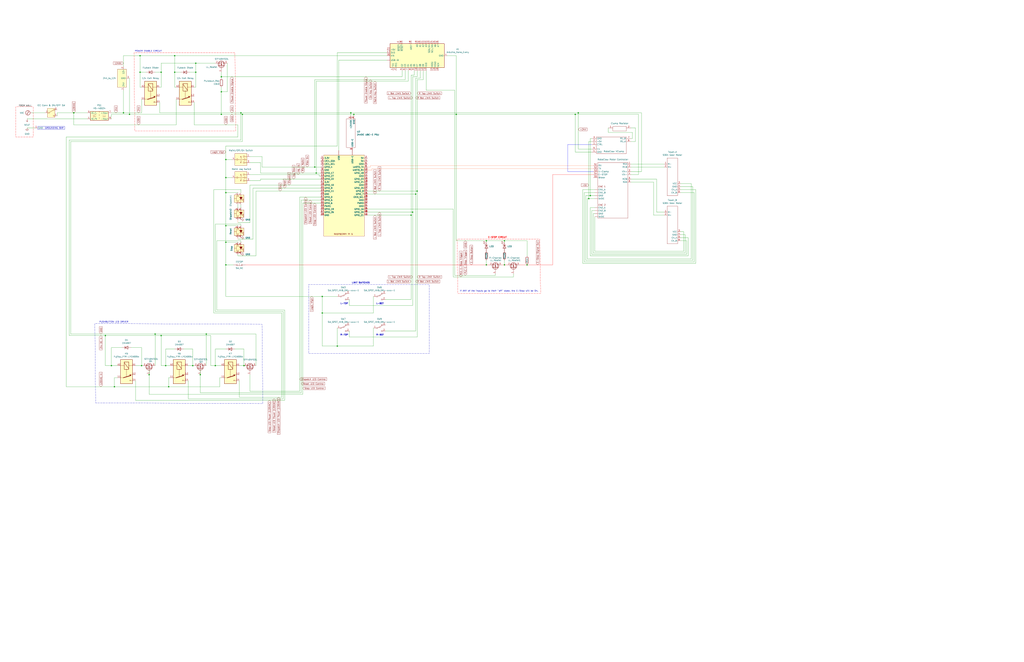
<source format=kicad_sch>
(kicad_sch (version 20250114) (generator "eeschema") (generator_version "9.0")
  (paper "D")
  (title_block (title "RIDE ENGINEERING COMPETITION 2026 ELECTRICAL SCHEMATIC") (date "2026-02-22") (rev "B - FDR") (company "TERRIER RIDE ENGINEERING CLUB") (comment 1 "CONTRIBUTER: JACK JUSTUS") (comment 2 "CONTRIBUTER: JESUS ESPINOZA"))
  (text "L-TOP" (at 290.322 256.286 0) (effects (font (size 1.27 1.27) (thickness 0.254) (bold yes))))
  (text "R-TOP" (at 290.322 282.702 0) (effects (font (size 1.27 1.27) (thickness 0.254) (bold yes))))
  (text "POWER ENABLE CIRCUIT" (at 125.222 43.18 0) (effects (font (size 1.27 1.27))))
  (text "L-BOT" (at 320.548 256.286 0) (effects (font (size 1.27 1.27) (thickness 0.254) (bold yes))))
  (text "PUSHBUTTON LED DRIVER" (at 96.012 271.78 0) (effects (font (size 1.27 1.27))))
  (text "If ANY of the inputs go to their \"off\" state, the E-Stop will be On." (at 420.878 245.618 0) (effects (font (size 1.27 1.27))))
  (text "E-STOP CIRCUIT" (at 419.608 200.406 0) (effects (font (size 1.27 1.27) (thickness 0.254) (bold yes))))
  (text "R-BOT" (at 320.548 282.702 0) (effects (font (size 1.27 1.27) (thickness 0.254) (bold yes))))
  (text "LIMIT SWITCHES" (at 304.292 238.76 0) (effects (font (size 1.27 1.27) (thickness 0.254) (bold yes))))
  (junction (at 271.78 264.16))
  (junction (at 165.1 53.34))
  (junction (at 186.69 96.52))
  (junction (at 109.22 96.52))
  (junction (at 62.23 95.25))
  (junction (at 190.5 223.52))
  (junction (at 204.47 96.52))
  (junction (at 190.5 162.56))
  (junction (at 295.91 95.25))
  (junction (at 88.9 283.21))
  (junction (at 186.69 77.47))
  (junction (at 147.32 46.99))
  (junction (at 190.5 190.5))
  (junction (at 351.79 161.29))
  (junction (at 410.21 203.2))
  (junction (at 104.14 95.25))
  (junction (at 147.32 60.96))
  (junction (at 139.7 308.61))
  (junction (at 384.81 96.52))
  (junction (at 203.2 95.25))
  (junction (at 162.56 308.61))
  (junction (at 125.73 316.23))
  (junction (at 135.89 60.96))
  (junction (at 265.43 140.97))
  (junction (at 181.61 308.61))
  (junction (at 190.5 149.86))
  (junction (at 266.7 146.05))
  (junction (at 205.74 308.61))
  (junction (at 496.57 167.64))
  (junction (at 347.98 179.07))
  (junction (at 118.11 60.96))
  (junction (at 93.98 308.61))
  (junction (at 487.68 95.25))
  (junction (at 410.21 223.52))
  (junction (at 346.71 181.61))
  (junction (at 173.99 281.94))
  (junction (at 190.5 204.47))
  (junction (at 96.52 326.39))
  (junction (at 186.69 64.77))
  (junction (at 350.52 163.83))
  (junction (at 190.5 134.62))
  (junction (at 425.45 203.2))
  (junction (at 165.1 60.96))
  (junction (at 119.38 308.61))
  (junction (at 485.14 96.52))
  (junction (at 284.48 292.1))
  (junction (at 142.24 326.39))
  (junction (at 425.45 223.52))
  (junction (at 444.5 223.52))
  (junction (at 118.11 46.99))
  (junction (at 130.81 281.94))
  (junction (at 298.45 96.52))
  (junction (at 271.78 250.19))
  (junction (at 135.89 283.21))
  (junction (at 168.91 316.23))
  (junction (at 497.84 165.1))
  (wire (pts (xy 339.09 59.69) (xy 339.09 64.77)))
  (wire (pts (xy 499.11 214.63) (xy 579.12 214.63)))
  (wire (pts (xy 205.74 294.64) (xy 205.74 308.61)))
  (wire (pts (xy 114.3 337.82) (xy 240.03 337.82)))
  (wire (pts (xy 220.98 140.97) (xy 265.43 140.97)))
  (wire (pts (xy 265.43 67.31) (xy 341.63 67.31)))
  (wire (pts (xy 201.93 335.28) (xy 237.49 335.28)))
  (wire (pts (xy 58.42 118.11) (xy 58.42 283.21)))
  (wire (pts (xy 532.13 107.95) (xy 535.94 107.95)))
  (wire (pts (xy 350.52 163.83) (xy 350.52 279.4)))
  (wire (pts (xy 201.93 308.61) (xy 205.74 308.61)))
  (wire (pts (xy 190.5 123.19) (xy 190.5 134.62)))
  (wire (pts (xy 585.47 162.56) (xy 574.04 162.56)))
  (wire (pts (xy 500.38 213.36) (xy 577.85 213.36)))
  (wire (pts (xy 190.5 123.19) (xy 284.48 123.19)))
  (wire (pts (xy 118.11 73.66) (xy 119.38 73.66)))
  (wire (pts (xy 181.61 262.89) (xy 181.61 189.23)))
  (wire (pts (xy 203.2 172.72) (xy 203.2 175.26)))
  (wire (pts (xy 119.38 308.61) (xy 120.65 308.61)))
  (wire (pts (xy 213.36 201.93) (xy 213.36 158.75)))
  (wire (pts (xy 114.3 308.61) (xy 119.38 308.61)))
  (wire (pts (xy 312.42 139.7) (xy 500.38 139.7)) (stroke (width 0) (color 255 117 69 1)))
  (wire (pts (xy 532.13 116.84) (xy 533.4 116.84)))
  (wire (pts (xy 190.5 190.5) (xy 190.5 204.47)))
  (wire (pts (xy 580.39 215.9) (xy 580.39 200.66)))
  (wire (pts (xy 185.42 318.77) (xy 186.69 318.77)))
  (wire (pts (xy 326.39 44.45) (xy 284.48 44.45)))
  (wire (pts (xy 130.81 281.94) (xy 173.99 281.94)))
  (wire (pts (xy 104.14 95.25) (xy 119.38 95.25)))
  (wire (pts (xy 382.27 233.68) (xy 382.27 176.53)))
  (wire (pts (xy 501.65 162.56) (xy 492.76 162.56)))
  (wire (pts (xy 93.98 96.52) (xy 93.98 100.33)))
  (wire (pts (xy 346.71 63.5) (xy 346.71 181.61)))
  (wire (pts (xy 294.64 252.73) (xy 294.64 257.81)))
  (wire (pts (xy 59.69 119.38) (xy 59.69 281.94)))
  (wire (pts (xy 118.11 60.96) (xy 123.19 60.96)))
  (wire (pts (xy 425.45 203.2) (xy 425.45 204.47)))
  (wire (pts (xy 252.73 166.37) (xy 252.73 330.2)))
  (wire (pts (xy 500.38 180.34) (xy 500.38 213.36)))
  (wire (pts (xy 252.73 166.37) (xy 270.51 166.37)))
  (wire (pts (xy 204.47 96.52) (xy 298.45 96.52)))
  (wire (pts (xy 351.79 67.31) (xy 356.87 67.31)))
  (wire (pts (xy 158.75 321.31) (xy 158.75 336.55)))
  (wire (pts (xy 499.11 119.38) (xy 496.57 119.38)))
  (wire (pts (xy 314.96 292.1) (xy 314.96 276.86)))
  (wire (pts (xy 181.61 308.61) (xy 181.61 294.64)))
  (wire (pts (xy 190.5 223.52) (xy 190.5 250.19)))
  (wire (pts (xy 201.93 321.31) (xy 201.93 335.28)))
  (wire (pts (xy 487.68 95.25) (xy 487.68 125.73)))
  (wire (pts (xy 147.32 73.66) (xy 148.59 73.66)))
  (wire (pts (xy 354.33 66.04) (xy 354.33 59.69)))
  (wire (pts (xy 62.23 95.25) (xy 73.66 95.25)))
  (wire (pts (xy 269.24 148.59) (xy 269.24 147.32)))
  (wire (pts (xy 186.69 66.04) (xy 186.69 64.77)))
  (wire (pts (xy 181.61 294.64) (xy 190.5 294.64)))
  (wire (pts (xy 584.2 219.71) (xy 584.2 157.48)))
  (wire (pts (xy 485.14 96.52) (xy 485.14 128.27)))
  (wire (pts (xy 298.45 96.52) (xy 298.45 97.79)))
  (wire (pts (xy 576.58 212.09) (xy 576.58 195.58)))
  (wire (pts (xy 533.4 116.84) (xy 533.4 111.76)))
  (wire (pts (xy 185.42 326.39) (xy 185.42 318.77)))
  (wire (pts (xy 207.01 308.61) (xy 205.74 308.61)))
  (wire (pts (xy 501.65 212.09) (xy 576.58 212.09)))
  (wire (pts (xy 135.89 73.66) (xy 135.89 60.96)))
  (wire (pts (xy 219.71 137.16) (xy 219.71 146.05)))
  (wire (pts (xy 499.11 177.8) (xy 499.11 214.63)))
  (wire (pts (xy 384.81 46.99) (xy 377.19 46.99)))
  (wire (pts (xy 163.83 308.61) (xy 162.56 308.61)))
  (wire (pts (xy 351.79 161.29) (xy 351.79 284.48)))
  (wire (pts (xy 425.45 203.2) (xy 444.5 203.2)))
  (wire (pts (xy 48.26 95.25) (xy 48.26 97.79)))
  (wire (pts (xy 495.3 167.64) (xy 495.3 218.44)))
  (wire (pts (xy 240.03 261.62) (xy 182.88 261.62)))
  (wire (pts (xy 586.74 222.25) (xy 586.74 160.02)))
  (wire (pts (xy 497.84 175.26) (xy 497.84 215.9)))
  (wire (pts (xy 26.67 95.25) (xy 38.1 95.25)))
  (wire (pts (xy 347.98 64.77) (xy 351.79 64.77)))
  (wire (pts (xy 532.13 144.78) (xy 541.02 144.78)))
  (wire (pts (xy 200.66 200.66) (xy 200.66 201.93)) (stroke (width 0) (color 255 117 69 1)))
  (wire (pts (xy 203.2 95.25) (xy 295.91 95.25)))
  (wire (pts (xy 109.22 96.52) (xy 186.69 96.52)))
  (wire (pts (xy 55.88 326.39) (xy 96.52 326.39)))
  (wire (pts (xy 269.24 147.32) (xy 210.82 147.32)))
  (wire (pts (xy 499.11 125.73) (xy 487.68 125.73)))
  (wire (pts (xy 284.48 292.1) (xy 314.96 292.1)))
  (wire (pts (xy 285.75 50.8) (xy 285.75 127)))
  (wire (pts (xy 309.88 140.97) (xy 312.42 140.97)) (stroke (width 0) (color 255 117 69 1)))
  (wire (pts (xy 425.45 223.52) (xy 427.99 223.52)) (stroke (width 0) (color 255 0 0 1)))
  (wire (pts (xy 182.88 261.62) (xy 182.88 203.2)))
  (wire (pts (xy 22.86 107.95) (xy 29.21 107.95)))
  (wire (pts (xy 210.82 316.23) (xy 210.82 330.2)))
  (wire (pts (xy 237.49 335.28) (xy 237.49 264.16)))
  (wire (pts (xy 93.98 308.61) (xy 93.98 293.37)))
  (wire (pts (xy 165.1 53.34) (xy 181.61 53.34)))
  (wire (pts (xy 147.32 46.99) (xy 147.32 60.96)))
  (wire (pts (xy 62.23 95.25) (xy 62.23 105.41)))
  (wire (pts (xy 271.78 250.19) (xy 271.78 264.16)))
  (wire (pts (xy 359.41 76.2) (xy 383.54 76.2)))
  (wire (pts (xy 96.52 326.39) (xy 96.52 318.77)))
  (wire (pts (xy 271.78 264.16) (xy 271.78 292.1)))
  (wire (pts (xy 553.72 151.13) (xy 553.72 179.07)))
  (wire (pts (xy 344.17 68.58) (xy 344.17 59.69)))
  (wire (pts (xy 203.2 189.23) (xy 203.2 190.5)))
  (wire (pts (xy 148.59 105.41) (xy 148.59 83.82)))
  (wire (pts (xy 203.2 118.11) (xy 203.2 95.25)))
  (wire (pts (xy 560.07 181.61) (xy 551.18 181.61)))
  (wire (pts (xy 383.54 232.41) (xy 417.83 232.41)))
  (wire (pts (xy 478.79 121.92) (xy 478.79 144.78)) (stroke (width 0) (color 0 0 255 1)))
  (wire (pts (xy 134.62 95.25) (xy 134.62 86.36)))
  (wire (pts (xy 501.65 182.88) (xy 501.65 212.09)))
  (wire (pts (xy 165.1 73.66) (xy 163.83 73.66)))
  (wire (pts (xy 349.25 63.5) (xy 349.25 59.69)))
  (wire (pts (xy 88.9 308.61) (xy 93.98 308.61)))
  (wire (pts (xy 190.5 134.62) (xy 190.5 149.86)))
  (wire (pts (xy 147.32 46.99) (xy 326.39 46.99)))
  (wire (pts (xy 182.88 203.2) (xy 203.2 203.2)))
  (wire (pts (xy 55.88 115.57) (xy 55.88 326.39)))
  (wire (pts (xy 294.64 284.48) (xy 351.79 284.48)))
  (wire (pts (xy 200.66 172.72) (xy 200.66 175.26)))
  (wire (pts (xy 158.75 308.61) (xy 162.56 308.61)))
  (wire (pts (xy 265.43 140.97) (xy 270.51 140.97)))
  (wire (pts (xy 499.11 128.27) (xy 485.14 128.27)))
  (wire (pts (xy 535.94 119.38) (xy 532.13 119.38)))
  (wire (pts (xy 532.13 138.43) (xy 560.07 138.43)))
  (wire (pts (xy 104.14 46.99) (xy 118.11 46.99)))
  (wire (pts (xy 438.15 223.52) (xy 444.5 223.52)) (stroke (width 0) (color 255 0 0 1)))
  (wire (pts (xy 203.2 204.47) (xy 203.2 203.2)))
  (wire (pts (xy 266.7 146.05) (xy 270.51 146.05)))
  (wire (pts (xy 118.11 46.99) (xy 147.32 46.99)))
  (wire (pts (xy 186.69 73.66) (xy 186.69 77.47)))
  (wire (pts (xy 553.72 179.07) (xy 560.07 179.07)))
  (wire (pts (xy 433.07 233.68) (xy 433.07 231.14)))
  (wire (pts (xy 93.98 96.52) (xy 109.22 96.52)))
  (wire (pts (xy 200.66 201.93) (xy 213.36 201.93)))
  (wire (pts (xy 180.34 160.02) (xy 180.34 264.16)))
  (wire (pts (xy 186.69 77.47) (xy 186.69 96.52)))
  (wire (pts (xy 96.52 326.39) (xy 142.24 326.39)))
  (wire (pts (xy 513.08 111.76) (xy 533.4 111.76)))
  (wire (pts (xy 384.81 46.99) (xy 384.81 96.52)))
  (wire (pts (xy 410.21 203.2) (xy 410.21 204.47)))
  (wire (pts (xy 88.9 308.61) (xy 88.9 283.21)))
  (wire (pts (xy 48.26 95.25) (xy 62.23 95.25)))
  (wire (pts (xy 501.65 177.8) (xy 499.11 177.8)))
  (wire (pts (xy 309.88 143.51) (xy 313.69 143.51)) (stroke (width 0) (color 255 117 69 1)))
  (wire (pts (xy 190.5 204.47) (xy 190.5 223.52)))
  (wire (pts (xy 541.02 95.25) (xy 541.02 144.78)))
  (wire (pts (xy 190.5 162.56) (xy 190.5 190.5)))
  (wire (pts (xy 496.57 119.38) (xy 496.57 167.64)))
  (wire (pts (xy 59.69 281.94) (xy 130.81 281.94)))
  (wire (pts (xy 109.22 66.04) (xy 109.22 96.52)))
  (wire (pts (xy 119.38 308.61) (xy 119.38 293.37)))
  (wire (pts (xy 496.57 167.64) (xy 495.3 167.64)))
  (wire (pts (xy 143.51 318.77) (xy 142.24 318.77)))
  (wire (pts (xy 220.98 140.97) (xy 220.98 132.08)))
  (wire (pts (xy 538.48 147.32) (xy 532.13 147.32)))
  (wire (pts (xy 495.3 218.44) (xy 582.93 218.44)))
  (wire (pts (xy 494.03 165.1) (xy 497.84 165.1)))
  (wire (pts (xy 147.32 60.96) (xy 152.4 60.96)))
  (wire (pts (xy 215.9 215.9) (xy 215.9 161.29)))
  (wire (pts (xy 384.81 96.52) (xy 485.14 96.52)))
  (wire (pts (xy 190.5 149.86) (xy 195.58 149.86)))
  (wire (pts (xy 254 168.91) (xy 254 331.47)))
  (wire (pts (xy 147.32 60.96) (xy 147.32 73.66)))
  (wire (pts (xy 444.5 223.52) (xy 466.09 223.52)) (stroke (width 0) (color 255 0 0 1)))
  (wire (pts (xy 119.38 83.82) (xy 119.38 95.25)))
  (wire (pts (xy 422.91 223.52) (xy 425.45 223.52)) (stroke (width 0) (color 255 0 0 1)))
  (wire (pts (xy 532.13 140.97) (xy 560.07 140.97)))
  (wire (pts (xy 309.88 179.07) (xy 347.98 179.07)))
  (wire (pts (xy 497.84 116.84) (xy 499.11 116.84)))
  (wire (pts (xy 574.04 200.66) (xy 580.39 200.66)))
  (wire (pts (xy 269.24 148.59) (xy 270.51 148.59)))
  (wire (pts (xy 198.12 294.64) (xy 205.74 294.64)))
  (wire (pts (xy 538.48 96.52) (xy 538.48 147.32)))
  (wire (pts (xy 191.77 53.34) (xy 191.77 77.47)))
  (wire (pts (xy 139.7 308.61) (xy 139.7 294.64)))
  (wire (pts (xy 142.24 318.77) (xy 142.24 326.39)))
  (wire (pts (xy 135.89 53.34) (xy 165.1 53.34)))
  (wire (pts (xy 130.81 60.96) (xy 135.89 60.96)))
  (wire (pts (xy 162.56 294.64) (xy 162.56 308.61)))
  (wire (pts (xy 359.41 59.69) (xy 359.41 76.2)))
  (wire (pts (xy 513.08 111.76) (xy 513.08 107.95)))
  (wire (pts (xy 500.38 144.78) (xy 478.79 144.78)) (stroke (width 0) (color 0 0 255 1)))
  (wire (pts (xy 347.98 64.77) (xy 347.98 179.07)))
  (wire (pts (xy 93.98 95.25) (xy 104.14 95.25)))
  (wire (pts (xy 219.71 146.05) (xy 266.7 146.05)))
  (wire (pts (xy 219.71 151.13) (xy 219.71 152.4)))
  (wire (pts (xy 104.14 76.2) (xy 104.14 95.25)))
  (wire (pts (xy 168.91 316.23) (xy 168.91 331.47)))
  (wire (pts (xy 190.5 204.47) (xy 200.66 204.47)))
  (wire (pts (xy 325.12 279.4) (xy 350.52 279.4)))
  (wire (pts (xy 238.76 262.89) (xy 181.61 262.89)))
  (wire (pts (xy 586.74 160.02) (xy 574.04 160.02)))
  (wire (pts (xy 238.76 336.55) (xy 238.76 262.89)))
  (wire (pts (xy 186.69 64.77) (xy 339.09 64.77)))
  (wire (pts (xy 210.82 137.16) (xy 219.71 137.16)))
  (wire (pts (xy 55.88 115.57) (xy 200.66 115.57)))
  (wire (pts (xy 577.85 213.36) (xy 577.85 198.12)))
  (wire (pts (xy 62.23 105.41) (xy 148.59 105.41)))
  (wire (pts (xy 135.89 283.21) (xy 135.89 308.61)))
  (wire (pts (xy 237.49 264.16) (xy 180.34 264.16)))
  (wire (pts (xy 425.45 219.71) (xy 425.45 223.52)))
  (wire (pts (xy 313.69 142.24) (xy 500.38 142.24)) (stroke (width 0) (color 255 117 69 1)))
  (wire (pts (xy 135.89 53.34) (xy 135.89 60.96)))
  (wire (pts (xy 219.71 151.13) (xy 270.51 151.13)))
  (wire (pts (xy 341.63 67.31) (xy 341.63 59.69)))
  (wire (pts (xy 158.75 336.55) (xy 238.76 336.55)))
  (wire (pts (xy 497.84 165.1) (xy 497.84 116.84)))
  (wire (pts (xy 295.91 95.25) (xy 487.68 95.25)))
  (wire (pts (xy 88.9 283.21) (xy 135.89 283.21)))
  (wire (pts (xy 181.61 308.61) (xy 186.69 308.61)))
  (wire (pts (xy 254 168.91) (xy 270.51 168.91)))
  (wire (pts (xy 114.3 321.31) (xy 114.3 337.82)))
  (wire (pts (xy 186.69 96.52) (xy 204.47 96.52)))
  (wire (pts (xy 284.48 44.45) (xy 284.48 123.19)))
  (wire (pts (xy 190.5 162.56) (xy 200.66 162.56)))
  (wire (pts (xy 491.49 160.02) (xy 491.49 222.25)))
  (wire (pts (xy 200.66 185.42) (xy 200.66 187.96)) (stroke (width 0) (color 255 117 69 1)))
  (wire (pts (xy 134.62 95.25) (xy 203.2 95.25)))
  (wire (pts (xy 255.27 171.45) (xy 270.51 171.45)))
  (wire (pts (xy 203.2 160.02) (xy 203.2 162.56)))
  (wire (pts (xy 118.11 60.96) (xy 118.11 73.66)))
  (wire (pts (xy 135.89 283.21) (xy 177.8 283.21)))
  (wire (pts (xy 535.94 107.95) (xy 535.94 119.38)))
  (wire (pts (xy 195.58 134.62) (xy 190.5 134.62)))
  (wire (pts (xy 165.1 53.34) (xy 165.1 60.96)))
  (wire (pts (xy 163.83 105.41) (xy 200.66 105.41)))
  (wire (pts (xy 579.12 203.2) (xy 574.04 203.2)))
  (wire (pts (xy 551.18 181.61) (xy 551.18 153.67)))
  (wire (pts (xy 478.79 121.92) (xy 499.11 121.92)) (stroke (width 0) (color 0 0 255 1)))
  (wire (pts (xy 501.65 175.26) (xy 497.84 175.26)))
  (wire (pts (xy 410.21 203.2) (xy 425.45 203.2)))
  (wire (pts (xy 384.81 203.2) (xy 410.21 203.2)))
  (wire (pts (xy 382.27 233.68) (xy 433.07 233.68)))
  (wire (pts (xy 191.77 77.47) (xy 186.69 77.47)))
  (wire (pts (xy 314.96 264.16) (xy 314.96 250.19)))
  (wire (pts (xy 210.82 187.96) (xy 210.82 156.21)))
  (wire (pts (xy 284.48 292.1) (xy 284.48 276.86)))
  (wire (pts (xy 312.42 140.97) (xy 312.42 139.7)) (stroke (width 0) (color 255 117 69 1)))
  (wire (pts (xy 173.99 281.94) (xy 173.99 308.61)))
  (wire (pts (xy 294.64 279.4) (xy 294.64 284.48)))
  (wire (pts (xy 190.5 223.52) (xy 196.85 223.52)))
  (wire (pts (xy 173.99 281.94) (xy 215.9 281.94)))
  (wire (pts (xy 135.89 308.61) (xy 139.7 308.61)))
  (wire (pts (xy 96.52 318.77) (xy 99.06 318.77)))
  (wire (pts (xy 494.03 219.71) (xy 584.2 219.71)))
  (wire (pts (xy 125.73 312.42) (xy 125.73 316.23)))
  (wire (pts (xy 130.81 281.94) (xy 130.81 308.61)))
  (wire (pts (xy 585.47 220.98) (xy 585.47 162.56)))
  (wire (pts (xy 466.09 223.52) (xy 466.09 147.32)) (stroke (width 0) (color 255 0 0 1)))
  (wire (pts (xy 350.52 66.04) (xy 350.52 163.83)))
  (wire (pts (xy 309.88 163.83) (xy 350.52 163.83)))
  (wire (pts (xy 215.9 161.29) (xy 270.51 161.29)))
  (wire (pts (xy 501.65 167.64) (xy 496.57 167.64)))
  (wire (pts (xy 271.78 292.1) (xy 284.48 292.1)))
  (wire (pts (xy 185.42 326.39) (xy 142.24 326.39)))
  (wire (pts (xy 350.52 66.04) (xy 354.33 66.04)))
  (wire (pts (xy 210.82 330.2) (xy 252.73 330.2)))
  (wire (pts (xy 204.47 96.52) (xy 204.47 119.38)))
  (wire (pts (xy 492.76 162.56) (xy 492.76 220.98)))
  (wire (pts (xy 346.71 63.5) (xy 349.25 63.5)))
  (wire (pts (xy 491.49 222.25) (xy 586.74 222.25)))
  (wire (pts (xy 285.75 50.8) (xy 326.39 50.8)))
  (wire (pts (xy 584.2 157.48) (xy 574.04 157.48)))
  (wire (pts (xy 139.7 308.61) (xy 143.51 308.61)))
  (wire (pts (xy 501.65 165.1) (xy 497.84 165.1)))
  (wire (pts (xy 325.12 252.73) (xy 346.71 252.73)))
  (wire (pts (xy 22.86 100.33) (xy 73.66 100.33)))
  (wire (pts (xy 382.27 176.53) (xy 309.88 176.53)))
  (wire (pts (xy 200.66 187.96) (xy 210.82 187.96)))
  (wire (pts (xy 168.91 331.47) (xy 254 331.47)))
  (wire (pts (xy 204.47 119.38) (xy 59.69 119.38)))
  (wire (pts (xy 532.13 151.13) (xy 553.72 151.13)))
  (wire (pts (xy 104.14 46.99) (xy 104.14 55.88)))
  (wire (pts (xy 497.84 215.9) (xy 580.39 215.9)))
  (wire (pts (xy 494.03 165.1) (xy 494.03 219.71)))
  (wire (pts (xy 582.93 154.94) (xy 574.04 154.94)))
  (wire (pts (xy 200.66 215.9) (xy 215.9 215.9)))
  (wire (pts (xy 351.79 161.29) (xy 309.88 161.29)))
  (wire (pts (xy 125.73 332.74) (xy 255.27 332.74)))
  (wire (pts (xy 207.01 223.52) (xy 410.21 223.52)) (stroke (width 0) (color 255 0 0 1)))
  (wire (pts (xy 347.98 179.07) (xy 347.98 257.81)))
  (wire (pts (xy 356.87 67.31) (xy 356.87 59.69)))
  (wire (pts (xy 160.02 60.96) (xy 165.1 60.96)))
  (wire (pts (xy 255.27 171.45) (xy 255.27 332.74)))
  (wire (pts (xy 93.98 293.37) (xy 102.87 293.37)))
  (wire (pts (xy 487.68 95.25) (xy 541.02 95.25)))
  (wire (pts (xy 444.5 215.9) (xy 444.5 203.2)))
  (wire (pts (xy 165.1 60.96) (xy 165.1 73.66)))
  (wire (pts (xy 119.38 293.37) (xy 110.49 293.37)))
  (wire (pts (xy 177.8 308.61) (xy 177.8 283.21)))
  (wire (pts (xy 271.78 264.16) (xy 314.96 264.16)))
  (wire (pts (xy 266.7 146.05) (xy 266.7 68.58)))
  (wire (pts (xy 177.8 308.61) (xy 181.61 308.61)))
  (wire (pts (xy 383.54 76.2) (xy 383.54 232.41)))
  (wire (pts (xy 346.71 181.61) (xy 346.71 252.73)))
  (wire (pts (xy 200.66 214.63) (xy 200.66 215.9)))
  (wire (pts (xy 240.03 337.82) (xy 240.03 261.62)))
  (wire (pts (xy 266.7 68.58) (xy 344.17 68.58)))
  (wire (pts (xy 485.14 96.52) (xy 538.48 96.52)))
  (wire (pts (xy 125.73 316.23) (xy 125.73 332.74)))
  (wire (pts (xy 492.76 220.98) (xy 585.47 220.98)))
  (wire (pts (xy 351.79 67.31) (xy 351.79 161.29)))
  (wire (pts (xy 298.45 96.52) (xy 384.81 96.52)))
  (wire (pts (xy 576.58 195.58) (xy 574.04 195.58)))
  (wire (pts (xy 168.91 312.42) (xy 168.91 316.23)))
  (wire (pts (xy 58.42 283.21) (xy 88.9 283.21)))
  (wire (pts (xy 271.78 250.19) (xy 284.48 250.19)))
  (wire (pts (xy 466.09 147.32) (xy 500.38 147.32)) (stroke (width 0) (color 255 0 0 1)))
  (wire (pts (xy 294.64 257.81) (xy 347.98 257.81)))
  (wire (pts (xy 200.66 105.41) (xy 200.66 115.57)))
  (wire (pts (xy 163.83 86.36) (xy 163.83 105.41)))
  (wire (pts (xy 190.5 149.86) (xy 190.5 162.56)))
  (wire (pts (xy 582.93 218.44) (xy 582.93 154.94)))
  (wire (pts (xy 180.34 160.02) (xy 203.2 160.02)))
  (wire (pts (xy 501.65 160.02) (xy 491.49 160.02)))
  (wire (pts (xy 118.11 46.99) (xy 118.11 60.96)))
  (wire (pts (xy 501.65 180.34) (xy 500.38 180.34)))
  (wire (pts (xy 134.62 73.66) (xy 135.89 73.66)))
  (wire (pts (xy 577.85 198.12) (xy 574.04 198.12)))
  (wire (pts (xy 181.61 189.23) (xy 203.2 189.23)))
  (wire (pts (xy 154.94 294.64) (xy 162.56 294.64)))
  (wire (pts (xy 384.81 96.52) (xy 384.81 203.2)))
  (wire (pts (xy 190.5 190.5) (xy 200.66 190.5)))
  (wire (pts (xy 351.79 64.77) (xy 351.79 59.69)))
  (wire (pts (xy 210.82 152.4) (xy 219.71 152.4)))
  (wire (pts (xy 210.82 156.21) (xy 270.51 156.21)))
  (wire (pts (xy 99.06 308.61) (xy 93.98 308.61)))
  (wire (pts (xy 215.9 281.94) (xy 215.9 308.61)))
  (wire (pts (xy 190.5 250.19) (xy 271.78 250.19)))
  (wire (pts (xy 139.7 294.64) (xy 147.32 294.64)))
  (wire (pts (xy 58.42 118.11) (xy 203.2 118.11)))
  (wire (pts (xy 532.13 153.67) (xy 551.18 153.67)))
  (wire (pts (xy 213.36 158.75) (xy 270.51 158.75)))
  (wire (pts (xy 417.83 232.41) (xy 417.83 231.14)))
  (wire (pts (xy 186.69 60.96) (xy 186.69 64.77)))
  (wire (pts (xy 309.88 181.61) (xy 346.71 181.61)))
  (wire (pts (xy 313.69 143.51) (xy 313.69 142.24)) (stroke (width 0) (color 255 117 69 1)))
  (wire (pts (xy 210.82 132.08) (xy 220.98 132.08)))
  (wire (pts (xy 410.21 219.71) (xy 410.21 223.52)))
  (wire (pts (xy 579.12 214.63) (xy 579.12 203.2)))
  (wire (pts (xy 265.43 67.31) (xy 265.43 140.97)))
  (wire (pts (xy 295.91 97.79) (xy 295.91 95.25)))
  (wire (pts (xy 410.21 223.52) (xy 412.75 223.52)) (stroke (width 0) (color 255 0 0 1)))
  (label "FROM WALL" (at 26.67 90.17 180))
  (global_label "RCC E-Stop Trigger" (shape input) (at 388.62 233.68 90) (property "Intersheetrefs" "${INTERSHEET_REFS}" (effects (hide yes))))
  (global_label "Stop LED Power (120VAC)" (shape input) (at 227.2628 337.82 270) (property "Intersheetrefs" "${INTERSHEET_REFS}" (effects (hide yes))))
  (global_label "12VDC" (shape input) (at 104.14 53.34 180) (property "Intersheetrefs" "${INTERSHEET_REFS}" (effects (hide yes))))
  (global_label "120VAC" (shape input) (at 62.23 95.25 90) (property "Intersheetrefs" "${INTERSHEET_REFS}" (effects (hide yes))))
  (global_label "24V" (shape input) (at 195.58 95.25 90) (property "Intersheetrefs" "${INTERSHEET_REFS}" (effects (hide yes))))
  (global_label "Ride On" (shape input) (at 259.08 140.97 90) (property "Intersheetrefs" "${INTERSHEET_REFS}" (effects (hide yes))))
  (global_label "L Top Limit Switch" (shape input) (at 347.98 233.68 180) (property "Intersheetrefs" "${INTERSHEET_REFS}" (effects (hide yes))))
  (global_label "L Top Limit Switch" (shape input) (at 320.04 179.07 270) (property "Intersheetrefs" "${INTERSHEET_REFS}" (effects (hide yes))))
  (global_label "R Top Limit Switch" (shape input) (at 320.04 161.29 90) (property "Intersheetrefs" "${INTERSHEET_REFS}" (effects (hide yes))))
  (global_label "24v DC In" (shape input) (at 85.09 283.21 270) (property "Intersheetrefs" "${INTERSHEET_REFS}" (effects (hide yes))))
  (global_label "L Bot Limit Switch" (shape input) (at 346.71 237.49 180) (property "Intersheetrefs" "${INTERSHEET_REFS}" (effects (hide yes))))
  (global_label "120V" (shape input) (at 190.5 105.41 90) (property "Intersheetrefs" "${INTERSHEET_REFS}" (effects (hide yes))))
  (global_label "R Top Limit Switch" (shape input) (at 351.79 78.74 0) (property "Intersheetrefs" "${INTERSHEET_REFS}" (effects (hide yes))))
  (global_label "L Top Limit Switch" (shape input) (at 347.98 82.55 180) (property "Intersheetrefs" "${INTERSHEET_REFS}" (effects (hide yes))))
  (global_label "Logic High" (shape input) (at 190.5 128.27 180) (property "Intersheetrefs" "${INTERSHEET_REFS}" (effects (hide yes))))
  (global_label "Jog Up" (shape input) (at 251.46 147.32 90) (property "Intersheetrefs" "${INTERSHEET_REFS}" (effects (hide yes))))
  (global_label "+24V" (shape input) (at 487.68 109.22 0) (property "Intersheetrefs" "${INTERSHEET_REFS}" (effects (hide yes))))
  (global_label "Dispatch LED Power (120VAC)" (shape input) (at 234.95 335.28 270) (property "Intersheetrefs" "${INTERSHEET_REFS}" (effects (hide yes))))
  (global_label "Dispatch LED Control" (shape input) (at 257.7235 166.37 270) (property "Intersheetrefs" "${INTERSHEET_REFS}" (effects (hide yes))))
  (global_label "Power Enable Signal" (shape input) (at 195.58 64.77 270) (property "Intersheetrefs" "${INTERSHEET_REFS}" (effects (hide yes))))
  (global_label "Power Enable Signal" (shape input) (at 308.61 64.77 270) (property "Intersheetrefs" "${INTERSHEET_REFS}" (effects (hide yes))))
  (global_label "Reset LED Control" (shape input) (at 254 323.85 0) (property "Intersheetrefs" "${INTERSHEET_REFS}" (effects (hide yes))))
  (global_label "Stop LED Control" (shape input) (at 255.27 327.66 0) (property "Intersheetrefs" "${INTERSHEET_REFS}" (effects (hide yes))))
  (global_label "On Key Switch" (shape input) (at 312.42 67.31 270) (property "Intersheetrefs" "${INTERSHEET_REFS}" (effects (hide yes))))
  (global_label "GND" (shape input) (at 85.09 281.94 90) (property "Intersheetrefs" "${INTERSHEET_REFS}" (effects (hide yes))))
  (global_label "R Bot Limit Switch" (shape input) (at 316.23 163.83 90) (property "Intersheetrefs" "${INTERSHEET_REFS}" (effects (hide yes))))
  (global_label "E-Stop Signal Out" (shape input) (at 453.39 223.52 90) (property "Intersheetrefs" "${INTERSHEET_REFS}" (effects (hide yes))))
  (global_label "24V" (shape input) (at 116.84 95.25 90) (property "Intersheetrefs" "${INTERSHEET_REFS}" (effects (hide yes))))
  (global_label "Reset LED Control" (shape input) (at 261.62 168.91 270) (property "Intersheetrefs" "${INTERSHEET_REFS}" (effects (hide yes))))
  (global_label "R Bot Limit Switch" (shape input) (at 350.52 82.55 0) (property "Intersheetrefs" "${INTERSHEET_REFS}" (effects (hide yes))))
  (global_label "L Bot Limit Switch" (shape input) (at 316.23 181.61 270) (property "Intersheetrefs" "${INTERSHEET_REFS}" (effects (hide yes))))
  (global_label "Dispatch" (shape input) (at 243.84 156.21 90) (property "Intersheetrefs" "${INTERSHEET_REFS}" (effects (hide yes))))
  (global_label "+5V" (shape input) (at 496.57 156.21 180) (property "Intersheetrefs" "${INTERSHEET_REFS}" (effects (hide yes))))
  (global_label "Jog Down" (shape input) (at 247.65 151.13 90) (property "Intersheetrefs" "${INTERSHEET_REFS}" (effects (hide yes))))
  (global_label "GND" (shape input) (at 392.43 203.2 270) (property "Intersheetrefs" "${INTERSHEET_REFS}" (effects (hide yes))))
  (global_label "L Bot Limit Switch" (shape input) (at 346.71 78.74 180) (property "Intersheetrefs" "${INTERSHEET_REFS}" (effects (hide yes))))
  (global_label "24V" (shape input) (at 97.79 95.25 90) (property "Intersheetrefs" "${INTERSHEET_REFS}" (effects (hide yes))))
  (global_label "Dispatch LED Control" (shape input) (at 252.73 319.9996 0) (property "Intersheetrefs" "${INTERSHEET_REFS}" (effects (hide yes))))
  (global_label "PLC E-Stop Trigger" (shape input) (at 392.43 232.41 90) (property "Intersheetrefs" "${INTERSHEET_REFS}" (effects (hide yes))))
  (global_label "Logic High" (shape input) (at 262.89 250.19 270) (property "Intersheetrefs" "${INTERSHEET_REFS}" (effects (hide yes))))
  (global_label "R Top Limit Switch" (shape input) (at 351.79 233.68 0) (property "Intersheetrefs" "${INTERSHEET_REFS}" (effects (hide yes))))
  (global_label "E-Stop Button" (shape input) (at 397.51 223.52 90) (property "Intersheetrefs" "${INTERSHEET_REFS}" (effects (hide yes))))
  (global_label "120VAC In" (shape input) (at 85.09 326.39 90) (property "Intersheetrefs" "${INTERSHEET_REFS}" (effects (hide yes))))
  (global_label "Reset LED Power (120VAC)" (shape input) (at 231.14 336.55 270) (property "Intersheetrefs" "${INTERSHEET_REFS}" (effects (hide yes))))
  (global_label "Maint Key Switch" (shape input) (at 316.23 68.58 270) (property "Intersheetrefs" "${INTERSHEET_REFS}" (effects (hide yes))))
  (global_label "Ride Maint" (shape input) (at 255.27 146.05 90) (effects (font (thickness 0.1588))) (property "Intersheetrefs" "${INTERSHEET_REFS}" (effects (hide yes))))
  (global_label "GND" (shape input) (at 195.58 96.52 270) (property "Intersheetrefs" "${INTERSHEET_REFS}" (effects (hide yes))))
  (global_label "R Bot Limit Switch" (shape input) (at 350.52 237.49 0) (property "Intersheetrefs" "${INTERSHEET_REFS}" (effects (hide yes))))
  (global_label "120V" (shape input) (at 116.84 105.41 90) (property "Intersheetrefs" "${INTERSHEET_REFS}" (effects (hide yes))))
  (global_label "Stop LED Control" (shape input) (at 265.3624 171.45 270) (property "Intersheetrefs" "${INTERSHEET_REFS}" (effects (hide yes))))
  (global_label "Stop" (shape input) (at 236.22 161.29 90) (property "Intersheetrefs" "${INTERSHEET_REFS}" (effects (hide yes))))
  (global_label "Reset" (shape input) (at 240.03 158.75 90) (property "Intersheetrefs" "${INTERSHEET_REFS}" (effects (hide yes))))
  (rule_area (polyline (pts (xy 385.445 201.93) (xy 386.08 247.65) (xy 455.93 247.65) (xy 455.295 201.93)) (stroke (width 0) (type dash))))
  (rule_area (polyline (pts (xy 361.95 240.03) (xy 260.35 240.03) (xy 260.35 298.45) (xy 361.95 298.45)) (stroke (width 0) (type dash) (color 0 0 194 1))))
  (rule_area (polyline (pts (xy 221.615 340.6774) (xy 220.98 273.685) (xy 80.01 273.05) (xy 80.645 340.0424)) (stroke (width 0) (type dash) (color 0 0 194 1))))
  (rule_area (polyline (pts (xy 113.03 44.45) (xy 113.665 110.49) (xy 198.755 110.49) (xy 198.12 44.45)) (stroke (width 0) (type dash))))
  (rule_area (polyline (pts (xy 27.94 90.17) (xy 27.94 115.57) (xy 13.335 115.57) (xy 13.335 90.17)) (stroke (width 0) (type dash))))
  (symbol (lib_id "Diode:1N4007") (at 151.13 294.64 0) (unit 1)
    (property "Reference" "D3" (at 151.13 288.29 0))
    (property "Value" "1N4007" (at 151.13 290.83 0))
    (property "Footprint" "Diode_THT:D_DO-41_SOD81_P10.16mm_Horizontal" (effects (hide yes)))
    (property "Datasheet" "http://www.vishay.com/docs/88503/1n4001.pdf" (effects (hide yes)))
    (property "Description" "1000V 1A General Purpose Rectifier Diode, DO-41" (effects (hide yes)))
    (property "Sim.Device" "D" (effects (hide yes)))
    (property "Sim.Pins" "1=K 2=A" (effects (hide yes)))
  )
  (symbol (lib_id "Switch:SW_SPDT_XKB_DMx-xxxx-1") (at 320.04 276.86 0) (unit 1)
    (property "Reference" "SW9" (at 320.04 269.24 0))
    (property "Value" "SW_SPDT_XKB_DMx-xxxx-1" (at 320.04 271.78 0))
    (property "Description" "Position switch" (effects (hide yes)))
  )
  (symbol (lib_id "Relay:Fujitsu_FTR-LYCA005x") (at 127 78.74 270) (unit 1)
    (property "Reference" "K1" (effects (hide yes)))
    (property "Value" "12v Coil Relay" (at 127 66.04 90))
    (property "Footprint" "Relay_THT:Relay_SPDT_Fujitsu_FTR-LYCA005x_FormC_Vertical" (effects (hide yes)))
    (property "Datasheet" "https://www.fujitsu.com/sg/imagesgig5/ftr-ly.pdf" (effects (hide yes)))
    (property "Description" "Relay, SPDT Form C, vertical mount, 5-60V coil, 6A, 250VAC, 28 x 5 x 15mm" (effects (hide yes)))
  )
  (symbol (lib_id "power:GND") (at 203.2 214.63 90) (unit 1)
    (property "Reference" "#PWR011" (effects (hide yes)))
    (property "Value" "GND" (at 207.01 214.6299 90) (effects (justify right)))
    (property "Description" "Power symbol creates a global label with name \"GND\" , ground" (effects (hide yes)))
  )
  (symbol (lib_id "Switch:SW_Push_LED") (at 203.2 209.55 90) (unit 1)
    (property "Reference" "SW8" (effects (hide yes)))
    (property "Value" "Stop" (at 195.326 207.518 0) (effects (justify right)))
    (property "Description" "Push button switch with LED, generic" (effects (hide yes)))
  )
  (symbol (lib_id "Transistor_FET:2N7002H") (at 210.82 311.15 270) (mirror x) (unit 1)
    (property "Reference" "Q2" (effects (hide yes)))
    (property "Value" "STF40NF03L" (at 205.232 303.53 90) (effects (justify left)))
    (property "Footprint" "Package_TO_SOT_SMD:SOT-23" (effects (hide yes)))
    (property "Datasheet" "https://www.st.com/resource/en/datasheet/stp40nf03l.pdf" (effects (hide yes)))
    (property "Description" "23A Id, 30V Vds, N-Channel MOSFET" (effects (hide yes)))
  )
  (symbol (lib_id "Switch:SW_SPDT_XKB_DMx-xxxx-1") (at 289.56 250.19 0) (unit 1)
    (property "Reference" "SW3" (at 289.56 242.57 0))
    (property "Value" "SW_SPDT_XKB_DMx-xxxx-1" (at 289.56 245.11 0))
    (property "Description" "Position switch" (effects (hide yes)))
  )
  (symbol (lib_id "Switch:SW_SPDT_XKB_DMx-xxxx-1") (at 289.56 276.86 0) (unit 1)
    (property "Reference" "SW7" (at 289.56 269.24 0))
    (property "Value" "SW_SPDT_XKB_DMx-xxxx-1" (at 289.56 271.78 0))
    (property "Description" "Position switch" (effects (hide yes)))
  )
  (symbol (lib_id "TREC SYMBOL LIB:24v_-{gt}_5v") (at 101.6 68.58 90) (unit 1)
    (property "Reference" "24V_to_12V" (at 97.79 66.0399 90) (effects (justify left)))
  )
  (symbol (lib_id "Switch:SW_Rotary_1x3_MP") (at 203.2 134.62 0) (unit 1)
    (property "Reference" "SW1" (effects (hide yes)))
    (property "Value" "Maint/Off/On Switch" (at 203.2 127 0))
    (property "Description" "Rotary switch 1x3, SP3T with mount point" (effects (hide yes)))
  )
  (symbol (lib_id "MCU_Module:Arduino_Nano_Every") (at 351.79 46.99 90) (unit 1)
    (property "Reference" "A1" (at 386.08 41.5446 90))
    (property "Value" "Arduino_Nano_Every" (at 386.08 44.0846 90))
    (property "Footprint" "Module:Arduino_Nano" (effects (hide yes)))
    (property "Datasheet" "https://content.arduino.cc/assets/NANOEveryV3.0_sch.pdf" (effects (hide yes)))
    (property "Description" "Arduino Nano Every" (effects (hide yes)))
  )
  (symbol (lib_id "Transistor_FET:2N7002H") (at 433.07 226.06 270) (mirror x) (unit 1)
    (property "Reference" "LL_Mosfet1" (at 428.498 219.71 90) (effects (justify left)))
    (property "Value" "P-Channel" (at 427.736 217.678 90) (effects (justify left)))
    (property "Footprint" "Package_TO_SOT_SMD:SOT-23" (effects (hide yes)))
    (property "Datasheet" "https://www.st.com/resource/en/datasheet/stp40nf03l.pdf" (effects (hide yes)))
    (property "Description" "23A Id, 30V Vds, N-Channel MOSFET" (effects (hide yes)))
  )
  (symbol (lib_id "Switch:SW_Push_LED") (at 203.2 167.64 90) (unit 1)
    (property "Reference" "SW5" (effects (hide yes)))
    (property "Value" "Dispatch1" (at 194.564 164.592 0) (effects (justify right)))
    (property "Description" "Push button switch with LED, generic" (effects (hide yes)))
  )
  (symbol (lib_id "Relay:Fujitsu_FTR-LYCA005x") (at 156.21 78.74 270) (unit 1)
    (property "Reference" "K2" (effects (hide yes)))
    (property "Value" "12v Coil Relay" (at 156.21 66.04 90))
    (property "Footprint" "Relay_THT:Relay_SPDT_Fujitsu_FTR-LYCA005x_FormC_Vertical" (effects (hide yes)))
    (property "Datasheet" "https://www.fujitsu.com/sg/imagesgig5/ftr-ly.pdf" (effects (hide yes)))
    (property "Description" "Relay, SPDT Form C, vertical mount, 5-60V coil, 6A, 250VAC, 28 x 5 x 15mm" (effects (hide yes)))
  )
  (symbol (lib_id "Device:R") (at 425.45 215.9 0) (unit 1)
    (property "Reference" "R1" (effects (hide yes)))
    (property "Value" "R220" (at 425.45 218.44 90) (effects (justify left)))
    (property "Description" "Resistor" (effects (hide yes)))
  )
  (symbol (lib_id "Transistor_FET:2N7002H") (at 417.83 226.06 270) (mirror x) (unit 1)
    (property "Reference" "LL_Mosfet" (at 413.258 219.71 90) (effects (justify left)))
    (property "Value" "P-Channel" (at 412.496 217.678 90) (effects (justify left)))
    (property "Footprint" "Package_TO_SOT_SMD:SOT-23" (effects (hide yes)))
    (property "Datasheet" "https://www.st.com/resource/en/datasheet/stp40nf03l.pdf" (effects (hide yes)))
    (property "Description" "23A Id, 30V Vds, N-Channel MOSFET" (effects (hide yes)))
  )
  (symbol (lib_id "Switch:SW_SPDT_XKB_DMx-xxxx-1") (at 320.04 250.19 0) (unit 1)
    (property "Reference" "SW6" (at 320.04 242.57 0))
    (property "Value" "SW_SPDT_XKB_DMx-xxxx-1" (at 320.04 245.11 0))
    (property "Description" "Position switch" (effects (hide yes)))
  )
  (symbol (lib_id "Diode:1N4007") (at 127 60.96 0) (unit 1)
    (property "Reference" "D1" (effects (hide yes)))
    (property "Value" "Flyback Diode" (at 127 57.15 0))
    (property "Footprint" "Diode_THT:D_DO-41_SOD81_P10.16mm_Horizontal" (effects (hide yes)))
    (property "Datasheet" "http://www.vishay.com/docs/88503/1n4001.pdf" (effects (hide yes)))
    (property "Description" "1000V 1A General Purpose Rectifier Diode, DO-41" (effects (hide yes)))
    (property "Sim.Device" "D" (effects (hide yes)))
    (property "Sim.Pins" "1=K 2=A" (effects (hide yes)))
  )
  (symbol (lib_id "Switch:SW_Nidec_CAS-120A1") (at 43.18 95.25 0) (unit 1)
    (property "Reference" "SW10" (effects (hide yes)))
    (property "Value" "IEC Conn & ON/OFF SW" (at 43.18 88.9 0))
    (property "Footprint" "Button_Switch_SMD:Nidec_Copal_CAS-120A" (effects (hide yes)))
    (property "Datasheet" "https://www.nidec-components.com/e/catalog/switch/cas.pdf" (effects (hide yes)))
    (property "Description" "Switch, single pole double throw" (effects (hide yes)))
  )
  (symbol (lib_id "power:GND") (at 203.2 185.42 90) (unit 1)
    (property "Reference" "#PWR09" (effects (hide yes)))
    (property "Value" "GND" (at 207.01 185.4199 90) (effects (justify right)))
    (property "Description" "Power symbol creates a global label with name \"GND\" , ground" (effects (hide yes)))
  )
  (symbol (lib_id "Transistor_FET:2N7002H") (at 168.91 311.15 270) (mirror x) (unit 1)
    (property "Reference" "Q3" (at 168.148 305.308 90) (effects (justify left)))
    (property "Value" "STF40NF03L" (at 163.576 303.276 90) (effects (justify left)))
    (property "Footprint" "Package_TO_SOT_SMD:SOT-23" (effects (hide yes)))
    (property "Datasheet" "https://www.st.com/resource/en/datasheet/stp40nf03l.pdf" (effects (hide yes)))
    (property "Description" "23A Id, 30V Vds, N-Channel MOSFET" (effects (hide yes)))
  )
  (symbol (lib_id "Switch:SW_Push_Open") (at 201.93 223.52 0) (unit 1)
    (property "Reference" "ESTOP" (at 201.93 220.98 0))
    (property "Value" "SW_NC" (at 201.93 226.314 0))
    (property "Description" "Push button switch, push-to-open, generic, two pins" (effects (hide yes)))
  )
  (symbol (lib_id "power:NEUT") (at 22.86 100.33 180) (unit 1)
    (property "Reference" "#PWR02" (effects (hide yes)))
    (property "Value" "NEUT" (at 22.86 105.41 0))
    (property "Description" "Power symbol creates a global label with name \"NEUT\"" (effects (hide yes)))
  )
  (symbol (lib_id "Switch:SW_Push_LED") (at 203.2 180.34 90) (unit 1)
    (property "Reference" "SW1" (effects (hide yes)))
    (property "Value" "Dispatch2" (at 194.564 176.022 0) (effects (justify right)))
    (property "Description" "Push button switch with LED, generic" (effects (hide yes)))
  )
  (symbol (lib_id "Switch:SW_Push_LED") (at 203.2 195.58 90) (unit 1)
    (property "Reference" "SW4" (effects (hide yes)))
    (property "Value" "Reset" (at 194.564 192.532 0) (effects (justify right)))
    (property "Description" "Push button switch with LED, generic" (effects (hide yes)))
  )
  (symbol (lib_id "Diode:1N4007") (at 194.31 294.64 0) (unit 1)
    (property "Reference" "D2" (at 194.31 288.29 0))
    (property "Value" "1N4007" (at 194.31 290.83 0))
    (property "Footprint" "Diode_THT:D_DO-41_SOD81_P10.16mm_Horizontal" (effects (hide yes)))
    (property "Datasheet" "http://www.vishay.com/docs/88503/1n4001.pdf" (effects (hide yes)))
    (property "Description" "1000V 1A General Purpose Rectifier Diode, DO-41" (effects (hide yes)))
    (property "Sim.Device" "D" (effects (hide yes)))
    (property "Sim.Pins" "1=K 2=A" (effects (hide yes)))
  )
  (symbol (lib_id "Device:R") (at 186.69 69.85 180) (unit 1)
    (property "Reference" "Pulldown_Res" (at 171.958 68.326 0) (effects (justify right)))
    (property "Value" "10kΩ" (at 180.086 70.866 0) (effects (justify right)))
    (property "Description" "Resistor" (effects (hide yes)))
  )
  (symbol (lib_id "Transistor_FET:2N7002H") (at 186.69 55.88 270) (mirror x) (unit 1)
    (property "Reference" "LL_Mosfet" (at 173.736 56.642 90) (effects (justify left)))
    (property "Value" "STF40NF03L" (at 181.102 49.784 90) (effects (justify left)))
    (property "Footprint" "Package_TO_SOT_SMD:SOT-23" (effects (hide yes)))
    (property "Datasheet" "https://www.st.com/resource/en/datasheet/stp40nf03l.pdf" (effects (hide yes)))
    (property "Description" "23A Id, 30V Vds, N-Channel MOSFET" (effects (hide yes)))
  )
  (symbol (lib_id "Diode:1N4007") (at 156.21 60.96 0) (unit 1)
    (property "Reference" "D7" (effects (hide yes)))
    (property "Value" "Flyback Diode" (at 156.21 57.15 0))
    (property "Footprint" "Diode_THT:D_DO-41_SOD81_P10.16mm_Horizontal" (effects (hide yes)))
    (property "Datasheet" "http://www.vishay.com/docs/88503/1n4001.pdf" (effects (hide yes)))
    (property "Description" "1000V 1A General Purpose Rectifier Diode, DO-41" (effects (hide yes)))
    (property "Sim.Device" "D" (effects (hide yes)))
    (property "Sim.Pins" "1=K 2=A" (effects (hide yes)))
  )
  (symbol (lib_id "power:GND") (at 22.86 107.95 0) (unit 1)
    (property "Reference" "#PWR08" (effects (hide yes)))
    (property "Value" "GND" (at 22.86 113.03 0))
    (property "Description" "Power symbol creates a global label with name \"GND\" , ground" (effects (hide yes)))
  )
  (symbol (lib_id "Relay:Fujitsu_FTR-LYCA005x") (at 106.68 313.69 270) (unit 1)
    (property "Reference" "K5" (at 106.68 298.45 90))
    (property "Value" "Fujitsu_FTR-LYCA005x" (at 106.68 300.99 90))
    (property "Footprint" "Relay_THT:Relay_SPDT_Fujitsu_FTR-LYCA005x_FormC_Vertical" (effects (hide yes)))
    (property "Datasheet" "https://www.fujitsu.com/sg/imagesgig5/ftr-ly.pdf" (effects (hide yes)))
    (property "Description" "Relay, SPDT Form C, vertical mount, 5-60V coil, 6A, 250VAC, 28 x 5 x 15mm" (effects (hide yes)))
  )
  (symbol (lib_id "custom symbols:5304_Saturn_Gear_Motor") (at 560.07 190.5 0) (mirror y) (unit 1)
    (property "Reference" "Tower_B" (at 567.055 168.91 0))
    (property "Value" "5304 Gear Motor" (at 567.055 171.45 0))
  )
  (symbol (lib_id "power:VAC") (at 26.67 95.25 90) (unit 1)
    (property "Reference" "#PWR01" (effects (hide yes)))
    (property "Value" "VAC" (at 20.32 95.2499 90) (effects (justify left)))
    (property "Description" "Power symbol creates a global label with name \"VAC\"" (effects (hide yes)))
  )
  (symbol (lib_id "TREC SYMBOL LIB:Raspbery_Pi_5") (at 289.56 160.02 0) (unit 1)
    (property "Reference" "RCC1" (effects (hide yes)))
  )
  (symbol (lib_id "custom symbols:5304_Saturn_Gear_Motor") (at 560.07 149.86 0) (mirror y) (unit 1)
    (property "Reference" "Tower_A" (at 567.055 128.27 0))
    (property "Value" "5304 Gear Motor" (at 567.055 130.81 0))
  )
  (symbol (lib_id "Transistor_FET:2N7002H") (at 125.73 311.15 270) (mirror x) (unit 1)
    (property "Reference" "Q4" (at 125.73 304.8 90) (effects (justify left)))
    (property "Value" "STF40NF03L" (at 121.666 303.022 90) (effects (justify left)))
    (property "Footprint" "Package_TO_SOT_SMD:SOT-23" (effects (hide yes)))
    (property "Datasheet" "https://www.st.com/resource/en/datasheet/stp40nf03l.pdf" (effects (hide yes)))
    (property "Description" "23A Id, 30V Vds, N-Channel MOSFET" (effects (hide yes)))
  )
  (symbol (lib_id "custom symbols:RoboClaw_2x30A_MC") (at 521.97 149.86 0) (unit 1)
    (property "Reference" "U1" (effects (hide yes)))
    (property "Value" "RoboClaw Motor Controller" (at 516.89 134.62 0))
  )
  (symbol (lib_id "Diode:1N4007") (at 106.68 293.37 0) (unit 1)
    (property "Reference" "D4" (at 106.68 287.02 0))
    (property "Value" "1N4007" (at 106.68 289.56 0))
    (property "Footprint" "Diode_THT:D_DO-41_SOD81_P10.16mm_Horizontal" (effects (hide yes)))
    (property "Datasheet" "http://www.vishay.com/docs/88503/1n4001.pdf" (effects (hide yes)))
    (property "Description" "1000V 1A General Purpose Rectifier Diode, DO-41" (effects (hide yes)))
    (property "Sim.Device" "D" (effects (hide yes)))
    (property "Sim.Pins" "1=K 2=A" (effects (hide yes)))
  )
  (symbol (lib_id "Switch:SW_Rotary_1x3_MP") (at 203.2 149.86 0) (unit 1)
    (property "Reference" "SW2" (effects (hide yes)))
    (property "Value" "Maint Jog Switch" (at 203.708 142.748 0))
    (property "Description" "Rotary switch 1x3, SP3T with mount point" (effects (hide yes)))
  )
  (symbol (lib_id "Relay:Fujitsu_FTR-LYCA005x") (at 194.31 313.69 270) (unit 1)
    (property "Reference" "K7" (at 194.31 298.45 90))
    (property "Value" "Fujitsu_FTR-LYCA005x" (at 194.31 300.99 90))
    (property "Footprint" "Relay_THT:Relay_SPDT_Fujitsu_FTR-LYCA005x_FormC_Vertical" (effects (hide yes)))
    (property "Datasheet" "https://www.fujitsu.com/sg/imagesgig5/ftr-ly.pdf" (effects (hide yes)))
    (property "Description" "Relay, SPDT Form C, vertical mount, 5-60V coil, 6A, 250VAC, 28 x 5 x 15mm" (effects (hide yes)))
  )
  (symbol (lib_id "power:GND") (at 203.2 200.66 90) (unit 1)
    (property "Reference" "#PWR010" (effects (hide yes)))
    (property "Value" "GND" (at 207.01 200.6599 90) (effects (justify right)))
    (property "Description" "Power symbol creates a global label with name \"GND\" , ground" (effects (hide yes)))
  )
  (symbol (lib_id "Relay:Fujitsu_FTR-LYCA005x") (at 151.13 313.69 270) (unit 1)
    (property "Reference" "K6" (at 151.13 298.45 90))
    (property "Value" "Fujitsu_FTR-LYCA005x" (at 151.638 300.99 90))
    (property "Footprint" "Relay_THT:Relay_SPDT_Fujitsu_FTR-LYCA005x_FormC_Vertical" (effects (hide yes)))
    (property "Datasheet" "https://www.fujitsu.com/sg/imagesgig5/ftr-ly.pdf" (effects (hide yes)))
    (property "Description" "Relay, SPDT Form C, vertical mount, 5-60V coil, 6A, 250VAC, 28 x 5 x 15mm" (effects (hide yes)))
  )
  (symbol (lib_id "CustomSymbols:RoboclawVClamp") (at 532.13 127 180) (unit 1)
    (property "Reference" "U5" (effects (hide yes)))
    (property "Value" "RoboClaw VClamp" (at 509.016 127.762 0) (effects (justify right)))
  )
  (symbol (lib_id "Device:R") (at 444.5 219.71 0) (unit 1)
    (property "Reference" "R3" (effects (hide yes)))
    (property "Value" "R1k" (at 444.5 221.742 90) (effects (justify left)))
    (property "Description" "Resistor" (effects (hide yes)))
  )
  (symbol (lib_id "Device:LED") (at 410.21 208.28 270) (unit 1)
    (property "Reference" "D6" (effects (hide yes)))
    (property "Value" "LED" (at 412.75 207.9624 90) (effects (justify left)))
    (property "Description" "Light emitting diode" (effects (hide yes)))
    (property "Sim.Pins" "1=K 2=A" (effects (hide yes)))
  )
  (symbol (lib_id "Device:R") (at 410.21 215.9 0) (unit 1)
    (property "Reference" "R2" (effects (hide yes)))
    (property "Value" "R220" (at 410.21 218.44 90) (effects (justify left)))
    (property "Description" "Resistor" (effects (hide yes)))
  )
  (symbol (lib_id "Converter_ACDC:HS-40024") (at 83.82 97.79 0) (unit 1)
    (property "Reference" "PS1" (at 83.82 88.9 0))
    (property "Value" "HS-40024" (at 83.82 91.44 0))
    (property "Footprint" "Converter_ACDC:Converter_ACDC_Hahn_HS-400xx_THT" (effects (hide yes)))
    (property "Datasheet" "https://www.schukat.com/schukat/pdf.nsf/index/17647BA7403E2D39C1257B810041F34E/$file/HS-40024-Serie%20Schemazeichnung-A3%20(1).pdf" (effects (hide yes)))
    (property "Description" "24V, 3W, AC-DC module power supply, Hahn" (effects (hide yes)))
  )
  (symbol (lib_id "TREC SYMBOL LIB:Grounding_Bar") (at 40.64 105.41 0) (unit 1)
    (property "Reference" "U4" (effects (hide yes)))
  )
  (symbol (lib_id "Device:LED") (at 425.45 208.28 270) (unit 1)
    (property "Reference" "D5" (effects (hide yes)))
    (property "Value" "LED" (at 427.99 207.9624 90) (effects (justify left)))
    (property "Description" "Light emitting diode" (effects (hide yes)))
    (property "Sim.Pins" "1=K 2=A" (effects (hide yes)))
  )
  (symbol (lib_id "CustomSymbols:Power_Resistor") (at 529.59 106.68 180) (unit 1)
    (property "Reference" "U6" (effects (hide yes)))
    (property "Value" "Clamp Resistor" (at 522.605 104.14 0))
  )
  (symbol (lib_id "custom symbols:Pi_PSU") (at 289.56 115.57 90) (unit 1)
    (property "Reference" "U2" (at 300.99 111.1249 90) (effects (justify right)))
    (property "Value" "24VDC UBC-C PSU" (at 300.99 113.6649 90) (effects (justify right)))
  )
)
</source>
